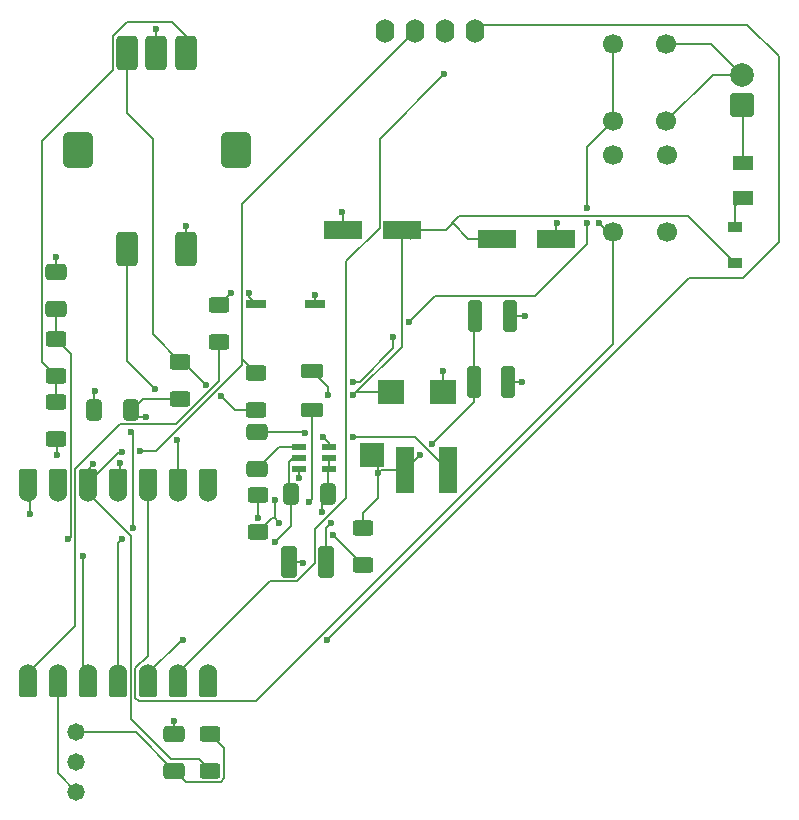
<source format=gbr>
%TF.GenerationSoftware,KiCad,Pcbnew,9.0.6*%
%TF.CreationDate,2026-01-26T19:42:09+01:00*%
%TF.ProjectId,hw,68772e6b-6963-4616-945f-706362585858,rev?*%
%TF.SameCoordinates,Original*%
%TF.FileFunction,Copper,L1,Top*%
%TF.FilePolarity,Positive*%
%FSLAX46Y46*%
G04 Gerber Fmt 4.6, Leading zero omitted, Abs format (unit mm)*
G04 Created by KiCad (PCBNEW 9.0.6) date 2026-01-26 19:42:09*
%MOMM*%
%LPD*%
G01*
G04 APERTURE LIST*
G04 Aperture macros list*
%AMRoundRect*
0 Rectangle with rounded corners*
0 $1 Rounding radius*
0 $2 $3 $4 $5 $6 $7 $8 $9 X,Y pos of 4 corners*
0 Add a 4 corners polygon primitive as box body*
4,1,4,$2,$3,$4,$5,$6,$7,$8,$9,$2,$3,0*
0 Add four circle primitives for the rounded corners*
1,1,$1+$1,$2,$3*
1,1,$1+$1,$4,$5*
1,1,$1+$1,$6,$7*
1,1,$1+$1,$8,$9*
0 Add four rect primitives between the rounded corners*
20,1,$1+$1,$2,$3,$4,$5,0*
20,1,$1+$1,$4,$5,$6,$7,0*
20,1,$1+$1,$6,$7,$8,$9,0*
20,1,$1+$1,$8,$9,$2,$3,0*%
G04 Aperture macros list end*
%TA.AperFunction,ComponentPad*%
%ADD10O,1.600000X2.000000*%
%TD*%
%TA.AperFunction,SMDPad,CuDef*%
%ADD11RoundRect,0.152400X-0.609600X1.063600X-0.609600X-1.063600X0.609600X-1.063600X0.609600X1.063600X0*%
%TD*%
%TA.AperFunction,ComponentPad*%
%ADD12C,1.524000*%
%TD*%
%TA.AperFunction,SMDPad,CuDef*%
%ADD13RoundRect,0.152400X0.609600X-1.063600X0.609600X1.063600X-0.609600X1.063600X-0.609600X-1.063600X0*%
%TD*%
%TA.AperFunction,SMDPad,CuDef*%
%ADD14R,3.200000X1.600000*%
%TD*%
%TA.AperFunction,SMDPad,CuDef*%
%ADD15R,1.200000X0.600000*%
%TD*%
%TA.AperFunction,SMDPad,CuDef*%
%ADD16RoundRect,0.250000X-0.625000X0.400000X-0.625000X-0.400000X0.625000X-0.400000X0.625000X0.400000X0*%
%TD*%
%TA.AperFunction,SMDPad,CuDef*%
%ADD17RoundRect,0.250000X0.650000X-0.412500X0.650000X0.412500X-0.650000X0.412500X-0.650000X-0.412500X0*%
%TD*%
%TA.AperFunction,SMDPad,CuDef*%
%ADD18RoundRect,0.250000X0.412500X0.650000X-0.412500X0.650000X-0.412500X-0.650000X0.412500X-0.650000X0*%
%TD*%
%TA.AperFunction,SMDPad,CuDef*%
%ADD19RoundRect,0.250000X0.412500X1.100000X-0.412500X1.100000X-0.412500X-1.100000X0.412500X-1.100000X0*%
%TD*%
%TA.AperFunction,SMDPad,CuDef*%
%ADD20RoundRect,0.250000X0.625000X-0.400000X0.625000X0.400000X-0.625000X0.400000X-0.625000X-0.400000X0*%
%TD*%
%TA.AperFunction,ComponentPad*%
%ADD21C,1.700000*%
%TD*%
%TA.AperFunction,SMDPad,CuDef*%
%ADD22R,1.500000X4.000000*%
%TD*%
%TA.AperFunction,ComponentPad*%
%ADD23RoundRect,0.250000X0.750000X-0.750000X0.750000X0.750000X-0.750000X0.750000X-0.750000X-0.750000X0*%
%TD*%
%TA.AperFunction,ComponentPad*%
%ADD24C,2.000000*%
%TD*%
%TA.AperFunction,SMDPad,CuDef*%
%ADD25RoundRect,0.250000X0.700000X-0.362500X0.700000X0.362500X-0.700000X0.362500X-0.700000X-0.362500X0*%
%TD*%
%TA.AperFunction,ComponentPad*%
%ADD26C,1.473200*%
%TD*%
%TA.AperFunction,SMDPad,CuDef*%
%ADD27RoundRect,0.250000X-0.325000X-1.100000X0.325000X-1.100000X0.325000X1.100000X-0.325000X1.100000X0*%
%TD*%
%TA.AperFunction,SMDPad,CuDef*%
%ADD28R,1.200000X0.850000*%
%TD*%
%TA.AperFunction,SMDPad,CuDef*%
%ADD29R,2.000000X2.000000*%
%TD*%
%TA.AperFunction,SMDPad,CuDef*%
%ADD30R,1.700000X0.750000*%
%TD*%
%TA.AperFunction,SMDPad,CuDef*%
%ADD31RoundRect,0.270000X-0.630000X-1.180000X0.630000X-1.180000X0.630000X1.180000X-0.630000X1.180000X0*%
%TD*%
%TA.AperFunction,SMDPad,CuDef*%
%ADD32RoundRect,0.375000X-0.875000X-1.125000X0.875000X-1.125000X0.875000X1.125000X-0.875000X1.125000X0*%
%TD*%
%TA.AperFunction,SMDPad,CuDef*%
%ADD33R,2.200000X2.150000*%
%TD*%
%TA.AperFunction,SMDPad,CuDef*%
%ADD34R,1.820000X1.160000*%
%TD*%
%TA.AperFunction,ViaPad*%
%ADD35C,0.600000*%
%TD*%
%TA.AperFunction,Conductor*%
%ADD36C,0.200000*%
%TD*%
G04 APERTURE END LIST*
D10*
%TO.P,OLED1,1,GND*%
%TO.N,GND*%
X150926000Y-57068000D03*
%TO.P,OLED1,2,VCC*%
%TO.N,/3V3*%
X153466000Y-57068000D03*
%TO.P,OLED1,3,SCL*%
%TO.N,Net-(OLED1-SCL)*%
X156006000Y-57068000D03*
%TO.P,OLED1,4,SDA*%
%TO.N,Net-(OLED1-SDA)*%
X158546000Y-57068000D03*
%TD*%
D11*
%TO.P,U1,1,D0*%
%TO.N,Net-(U1-D0)*%
X120700000Y-112259000D03*
D12*
X120700000Y-111424000D03*
D11*
%TO.P,U1,2,D1*%
%TO.N,Net-(U1-D1)*%
X123240000Y-112259000D03*
D12*
X123240000Y-111424000D03*
D11*
%TO.P,U1,3,D2*%
%TO.N,Net-(U1-D2)*%
X125780000Y-112259000D03*
D12*
X125780000Y-111424000D03*
D11*
%TO.P,U1,4,D3*%
%TO.N,Net-(U1-D3)*%
X128320000Y-112259000D03*
D12*
X128320000Y-111424000D03*
D11*
%TO.P,U1,5,D4*%
%TO.N,Net-(OLED1-SDA)*%
X130860000Y-112259000D03*
D12*
X130860000Y-111424000D03*
D11*
%TO.P,U1,6,D5*%
%TO.N,Net-(OLED1-SCL)*%
X133400000Y-112259000D03*
D12*
X133400000Y-111424000D03*
D11*
%TO.P,U1,7,D6*%
%TO.N,unconnected-(U1-D6-Pad7)_1*%
X135940000Y-112259000D03*
D12*
X135940000Y-111424000D03*
%TO.P,U1,8,D7*%
%TO.N,unconnected-(U1-D7-Pad8)_1*%
X135940000Y-96184000D03*
D13*
X135940000Y-95349000D03*
D12*
%TO.P,U1,9,D8*%
%TO.N,Net-(U1-D8)*%
X133400000Y-96184000D03*
D13*
X133400000Y-95349000D03*
D12*
%TO.P,U1,10,D9*%
%TO.N,Net-(U1-D9)*%
X130860000Y-96184000D03*
D13*
X130860000Y-95349000D03*
D12*
%TO.P,U1,11,D10*%
%TO.N,Net-(U1-D10)*%
X128320000Y-96184000D03*
D13*
X128320000Y-95349000D03*
D12*
%TO.P,U1,12,3V3*%
%TO.N,/3V3*%
X125780000Y-96184000D03*
D13*
X125780000Y-95349000D03*
D12*
%TO.P,U1,13,GND*%
%TO.N,GND*%
X123240000Y-96184000D03*
D13*
X123240000Y-95349000D03*
D12*
%TO.P,U1,14,5V*%
%TO.N,+5V*%
X120700000Y-96184000D03*
D13*
X120700000Y-95349000D03*
%TD*%
D14*
%TO.P,C5,1*%
%TO.N,Net-(D1-K)*%
X160441000Y-74676000D03*
%TO.P,C5,2*%
%TO.N,GND*%
X165441000Y-74676000D03*
%TD*%
D15*
%TO.P,PS1,6,SW*%
%TO.N,Net-(PS1-SW)*%
X146157000Y-92268000D03*
%TO.P,PS1,5,VIN*%
%TO.N,Net-(PS1-EN)*%
X146157000Y-93218000D03*
%TO.P,PS1,4,EN*%
X146157000Y-94168000D03*
%TO.P,PS1,3,FB*%
%TO.N,Net-(PS1-FB)*%
X143657000Y-94168000D03*
%TO.P,PS1,2,GND*%
%TO.N,GND*%
X143657000Y-93218000D03*
%TO.P,PS1,1,CB*%
%TO.N,Net-(PS1-CB)*%
X143657000Y-92268000D03*
%TD*%
D16*
%TO.P,R4,1*%
%TO.N,Net-(R4-Pad1)*%
X133604000Y-85064000D03*
%TO.P,R4,2*%
%TO.N,Net-(U1-D3)*%
X133604000Y-88164000D03*
%TD*%
D17*
%TO.P,C3,1*%
%TO.N,Net-(U3-VS)*%
X133096000Y-119672500D03*
%TO.P,C3,2*%
%TO.N,GND*%
X133096000Y-116547500D03*
%TD*%
D18*
%TO.P,C2,1*%
%TO.N,Net-(U1-D3)*%
X129451500Y-89154000D03*
%TO.P,C2,2*%
%TO.N,GND*%
X126326500Y-89154000D03*
%TD*%
D19*
%TO.P,Cin1,1*%
%TO.N,Net-(PS1-EN)*%
X145961500Y-101981000D03*
%TO.P,Cin1,2*%
%TO.N,GND*%
X142836500Y-101981000D03*
%TD*%
D20*
%TO.P,R3,1*%
%TO.N,Net-(R2-Pad2)*%
X123063000Y-86259000D03*
%TO.P,R3,2*%
%TO.N,Net-(U1-D2)*%
X123063000Y-83159000D03*
%TD*%
D17*
%TO.P,C1,1*%
%TO.N,Net-(U1-D2)*%
X123063000Y-80556500D03*
%TO.P,C1,2*%
%TO.N,GND*%
X123063000Y-77431500D03*
%TD*%
D20*
%TO.P,R5,1*%
%TO.N,Net-(R4-Pad1)*%
X140004000Y-89098000D03*
%TO.P,R5,2*%
%TO.N,/3V3*%
X140004000Y-85998000D03*
%TD*%
D21*
%TO.P,SW3,1,1*%
%TO.N,Net-(U1-D10)*%
X170230000Y-64688000D03*
X170230000Y-58188000D03*
%TO.P,SW3,2,2*%
%TO.N,GND*%
X174730000Y-64688000D03*
X174730000Y-58188000D03*
%TD*%
D22*
%TO.P,L1,1,1*%
%TO.N,Net-(PS1-SW)*%
X156222000Y-94234000D03*
%TO.P,L1,2,2*%
%TO.N,+5V*%
X152622000Y-94234000D03*
%TD*%
D23*
%TO.P,J1,1,Pin_1*%
%TO.N,+12V*%
X181123500Y-63296000D03*
D24*
%TO.P,J1,2,Pin_2*%
%TO.N,GND*%
X181123500Y-60756001D03*
%TD*%
D25*
%TO.P,L2,1,1*%
%TO.N,Net-(PS1-EN)*%
X144780000Y-89165500D03*
%TO.P,L2,2,2*%
%TO.N,Net-(D1-K)*%
X144780000Y-85840500D03*
%TD*%
D16*
%TO.P,Rfbt1,1*%
%TO.N,+5V*%
X149098000Y-99161000D03*
%TO.P,Rfbt1,2*%
%TO.N,Net-(PS1-FB)*%
X149098000Y-102261000D03*
%TD*%
D20*
%TO.P,R6,1*%
%TO.N,/3V3*%
X136144000Y-119660000D03*
%TO.P,R6,2*%
%TO.N,Net-(U3-VS)*%
X136144000Y-116560000D03*
%TD*%
D26*
%TO.P,U3,1,OUT*%
%TO.N,Net-(U1-D1)*%
X124789400Y-121457000D03*
%TO.P,U3,2,GND*%
%TO.N,GND*%
X124789400Y-118917000D03*
%TO.P,U3,3,VS*%
%TO.N,Net-(U3-VS)*%
X124789400Y-116377000D03*
%TD*%
D27*
%TO.P,COut1,1*%
%TO.N,+5V*%
X158418000Y-86741000D03*
%TO.P,COut1,2*%
%TO.N,GND*%
X161368000Y-86741000D03*
%TD*%
D28*
%TO.P,D1,1,K*%
%TO.N,Net-(D1-K)*%
X180594000Y-76709000D03*
%TO.P,D1,2,A*%
%TO.N,Net-(D1-A)*%
X180594000Y-73659000D03*
%TD*%
D14*
%TO.P,C4,1*%
%TO.N,Net-(D1-K)*%
X152360000Y-73914000D03*
%TO.P,C4,2*%
%TO.N,GND*%
X147360000Y-73914000D03*
%TD*%
D21*
%TO.P,SW4,1,1*%
%TO.N,Net-(U1-D9)*%
X170266000Y-74034000D03*
X170266000Y-67534000D03*
%TO.P,SW4,2,2*%
%TO.N,GND*%
X174766000Y-74034000D03*
X174766000Y-67534000D03*
%TD*%
D29*
%TO.P,TP1,1,1*%
%TO.N,+5V*%
X149860000Y-92964000D03*
%TD*%
D30*
%TO.P,LED1,1,K*%
%TO.N,GND*%
X144994000Y-80137000D03*
%TO.P,LED1,2,A*%
%TO.N,Net-(LED1-A)*%
X139994000Y-80137000D03*
%TD*%
D31*
%TO.P,ROT1,A,A*%
%TO.N,Net-(R2-Pad2)*%
X134072000Y-58928000D03*
%TO.P,ROT1,B,B*%
%TO.N,Net-(R4-Pad1)*%
X129072000Y-58928000D03*
%TO.P,ROT1,C,C*%
%TO.N,GND*%
X131572000Y-58928000D03*
%TO.P,ROT1,S1,S1*%
%TO.N,Net-(U1-D8)*%
X129072000Y-75528000D03*
%TO.P,ROT1,S2,S2*%
%TO.N,GND*%
X134072000Y-75528000D03*
D32*
%TO.P,ROT1,X*%
%TO.N,N/C*%
X124972000Y-67133400D03*
%TO.P,ROT1,Y*%
X138272000Y-67133400D03*
%TD*%
D17*
%TO.P,CBoot1,1*%
%TO.N,Net-(PS1-CB)*%
X140081000Y-94145500D03*
%TO.P,CBoot1,2*%
%TO.N,Net-(PS1-SW)*%
X140081000Y-91020500D03*
%TD*%
D33*
%TO.P,D2,1,K*%
%TO.N,Net-(D1-K)*%
X151470000Y-87630000D03*
%TO.P,D2,2,A*%
%TO.N,GND*%
X155870000Y-87630000D03*
%TD*%
D34*
%TO.P,F1,1,1*%
%TO.N,Net-(D1-A)*%
X181229000Y-71198000D03*
%TO.P,F1,2,2*%
%TO.N,+12V*%
X181229000Y-68248000D03*
%TD*%
D27*
%TO.P,COut2,1*%
%TO.N,+5V*%
X158545000Y-81153000D03*
%TO.P,COut2,2*%
%TO.N,GND*%
X161495000Y-81153000D03*
%TD*%
D20*
%TO.P,R2,1*%
%TO.N,/3V3*%
X123063000Y-91593000D03*
%TO.P,R2,2*%
%TO.N,Net-(R2-Pad2)*%
X123063000Y-88493000D03*
%TD*%
%TO.P,R1,1*%
%TO.N,Net-(U1-D0)*%
X136906000Y-83338000D03*
%TO.P,R1,2*%
%TO.N,Net-(LED1-A)*%
X136906000Y-80238000D03*
%TD*%
D18*
%TO.P,Cinx1,1*%
%TO.N,Net-(PS1-EN)*%
X146088500Y-96266000D03*
%TO.P,Cinx1,2*%
%TO.N,GND*%
X142963500Y-96266000D03*
%TD*%
D20*
%TO.P,Rfbb1,1*%
%TO.N,Net-(PS1-FB)*%
X140208000Y-99467000D03*
%TO.P,Rfbb1,2*%
%TO.N,GND*%
X140208000Y-96367000D03*
%TD*%
D35*
%TO.N,GND*%
X155829000Y-85852000D03*
X162560000Y-86741000D03*
%TO.N,+5V*%
X154862265Y-92025735D03*
X153924000Y-92964000D03*
%TO.N,Net-(PS1-FB)*%
X141605000Y-96716000D03*
X143637000Y-94869000D03*
%TO.N,Net-(OLED1-SCL)*%
X155956000Y-60706000D03*
%TO.N,Net-(U1-D2)*%
X124117000Y-100076000D03*
X125317000Y-101473000D03*
%TO.N,Net-(U1-D3)*%
X129585765Y-99141235D03*
X129413000Y-90955000D03*
X130683000Y-89755000D03*
X128651000Y-100076000D03*
%TO.N,Net-(OLED1-SDA)*%
X146050000Y-108585000D03*
X133858000Y-108585000D03*
%TO.N,Net-(D1-K)*%
X148234000Y-87884000D03*
X146136160Y-87884000D03*
%TO.N,/3V3*%
X126238000Y-93726000D03*
X130185765Y-92583000D03*
X123190000Y-92964000D03*
X128651000Y-92710000D03*
%TO.N,GND*%
X133096000Y-115443000D03*
X165481000Y-73279000D03*
X123063000Y-76200000D03*
X141605000Y-100330000D03*
X134112000Y-73533000D03*
X144018000Y-102108000D03*
X140208000Y-98298000D03*
X145034000Y-79375000D03*
X147320000Y-72390000D03*
X131572000Y-56896000D03*
X126365000Y-87503000D03*
X162814000Y-81153000D03*
%TO.N,Net-(PS1-FB)*%
X141986000Y-98679000D03*
X146561500Y-99695000D03*
%TO.N,Net-(PS1-SW)*%
X145669000Y-91440000D03*
X148234000Y-91440000D03*
X144124000Y-91059000D03*
%TO.N,Net-(LED1-A)*%
X139446000Y-79248000D03*
X137922000Y-79248000D03*
%TO.N,Net-(U1-D8)*%
X133350000Y-91694000D03*
X131445000Y-87376000D03*
%TO.N,Net-(U1-D10)*%
X152960000Y-81661000D03*
X128524000Y-93599000D03*
X168021000Y-72009000D03*
X168021000Y-73279000D03*
X148234000Y-86741000D03*
X151638000Y-82931000D03*
%TO.N,Net-(R4-Pad1)*%
X135749315Y-86981315D03*
X137071895Y-87922895D03*
%TO.N,Net-(U1-D9)*%
X169037000Y-73279000D03*
%TO.N,+5V*%
X120904000Y-97917000D03*
X150368000Y-94488000D03*
%TO.N,Net-(PS1-EN)*%
X144525000Y-96901000D03*
X145553315Y-97801315D03*
X146338345Y-98713345D03*
%TD*%
D36*
%TO.N,Net-(D1-K)*%
X148488000Y-87630000D02*
X148234000Y-87884000D01*
X151470000Y-87630000D02*
X148488000Y-87630000D01*
%TO.N,GND*%
X155870000Y-85893000D02*
X155829000Y-85852000D01*
X155870000Y-87630000D02*
X155870000Y-85893000D01*
X161368000Y-86741000D02*
X162560000Y-86741000D01*
%TO.N,+5V*%
X153892000Y-92964000D02*
X152622000Y-94234000D01*
X153924000Y-92964000D02*
X153892000Y-92964000D01*
X158418000Y-88470000D02*
X154862265Y-92025735D01*
X158418000Y-86741000D02*
X158418000Y-88470000D01*
%TO.N,Net-(U1-D9)*%
X129797000Y-110983690D02*
X130860000Y-109920690D01*
X130058374Y-113776000D02*
X129797000Y-113514626D01*
X129797000Y-113514626D02*
X129797000Y-110983690D01*
X140009057Y-113776000D02*
X130058374Y-113776000D01*
X170266000Y-83519057D02*
X140009057Y-113776000D01*
X170266000Y-74034000D02*
X170266000Y-83519057D01*
X130860000Y-109920690D02*
X130860000Y-95349000D01*
%TO.N,Net-(PS1-FB)*%
X141605000Y-96716000D02*
X141605000Y-98298000D01*
X141605000Y-98298000D02*
X141986000Y-98679000D01*
X143657000Y-94849000D02*
X143637000Y-94869000D01*
X143657000Y-94168000D02*
X143657000Y-94849000D01*
%TO.N,GND*%
X142756000Y-93567000D02*
X142756000Y-96058500D01*
X143105000Y-93218000D02*
X142756000Y-93567000D01*
X142756000Y-96058500D02*
X142963500Y-96266000D01*
X143657000Y-93218000D02*
X143105000Y-93218000D01*
%TO.N,Net-(PS1-SW)*%
X146157000Y-91928000D02*
X145669000Y-91440000D01*
X146157000Y-92268000D02*
X146157000Y-91928000D01*
%TO.N,Net-(PS1-EN)*%
X146157000Y-93218000D02*
X146157000Y-94168000D01*
X146088500Y-94236500D02*
X146157000Y-94168000D01*
X146088500Y-96266000D02*
X146088500Y-94236500D01*
%TO.N,Net-(PS1-CB)*%
X141958500Y-92268000D02*
X143657000Y-92268000D01*
X140081000Y-94145500D02*
X141958500Y-92268000D01*
%TO.N,Net-(OLED1-SCL)*%
X143484160Y-103632000D02*
X144998000Y-102118160D01*
X141192000Y-103632000D02*
X143484160Y-103632000D01*
X150459000Y-66203000D02*
X155956000Y-60706000D01*
X147634000Y-76521000D02*
X150459000Y-73696000D01*
X144998000Y-99205160D02*
X147634000Y-96569160D01*
X147634000Y-96569160D02*
X147634000Y-76521000D01*
X144998000Y-102118160D02*
X144998000Y-99205160D01*
X133400000Y-111424000D02*
X141192000Y-103632000D01*
X150459000Y-73696000D02*
X150459000Y-66203000D01*
%TO.N,Net-(U1-D2)*%
X123063000Y-83159000D02*
X123063000Y-80556500D01*
X124117000Y-100076000D02*
X124316000Y-99877000D01*
X125317000Y-111796000D02*
X125317000Y-101473000D01*
X124316000Y-99877000D02*
X124316000Y-84412000D01*
X124316000Y-84412000D02*
X123063000Y-83159000D01*
X125780000Y-112259000D02*
X125317000Y-111796000D01*
%TO.N,Net-(U1-D3)*%
X129585765Y-99141235D02*
X129585765Y-91127765D01*
X130052500Y-89755000D02*
X129451500Y-89154000D01*
X130683000Y-89755000D02*
X130052500Y-89755000D01*
X128320000Y-100407000D02*
X128651000Y-100076000D01*
X130441500Y-88164000D02*
X129451500Y-89154000D01*
X129585765Y-91127765D02*
X129413000Y-90955000D01*
X133604000Y-88164000D02*
X130441500Y-88164000D01*
X128320000Y-111424000D02*
X128320000Y-100407000D01*
%TO.N,Net-(D1-A)*%
X180594000Y-73659000D02*
X180594000Y-71833000D01*
X180594000Y-71833000D02*
X181229000Y-71198000D01*
%TO.N,Net-(OLED1-SDA)*%
X184277000Y-74930000D02*
X184277000Y-59182000D01*
X159099000Y-56515000D02*
X158546000Y-57068000D01*
X181229000Y-77978000D02*
X184277000Y-74930000D01*
X133699000Y-108585000D02*
X133858000Y-108585000D01*
X176657000Y-77978000D02*
X181229000Y-77978000D01*
X184277000Y-59182000D02*
X181610000Y-56515000D01*
X181610000Y-56515000D02*
X159099000Y-56515000D01*
X146050000Y-108585000D02*
X176657000Y-77978000D01*
X130860000Y-111424000D02*
X133699000Y-108585000D01*
%TO.N,Net-(D1-K)*%
X160441000Y-74676000D02*
X157988000Y-74676000D01*
X156654500Y-73342500D02*
X156591000Y-73279000D01*
X156083000Y-73914000D02*
X156654500Y-73342500D01*
X180594000Y-76709000D02*
X176563000Y-72678000D01*
X152360000Y-73914000D02*
X156083000Y-73914000D01*
X152360000Y-83758000D02*
X148234000Y-87884000D01*
X153122000Y-74676000D02*
X152360000Y-73914000D01*
X157988000Y-74676000D02*
X156654500Y-73342500D01*
X157192000Y-72678000D02*
X156591000Y-73279000D01*
X152360000Y-73914000D02*
X152360000Y-83758000D01*
X146136160Y-87196660D02*
X144780000Y-85840500D01*
X176563000Y-72678000D02*
X157192000Y-72678000D01*
X146136160Y-87884000D02*
X146136160Y-87196660D01*
%TO.N,+12V*%
X181229000Y-63401500D02*
X181123500Y-63296000D01*
X181229000Y-68248000D02*
X181229000Y-63401500D01*
%TO.N,/3V3*%
X125780000Y-96184000D02*
X129383000Y-99787000D01*
X125780000Y-94184000D02*
X126238000Y-93726000D01*
X125780000Y-95349000D02*
X125780000Y-94184000D01*
X123190000Y-92964000D02*
X123190000Y-91720000D01*
X138843000Y-71691000D02*
X153466000Y-57068000D01*
X125780000Y-95349000D02*
X128419000Y-92710000D01*
X138843000Y-84837000D02*
X138843000Y-71691000D01*
X135193000Y-118709000D02*
X136144000Y-119660000D01*
X123190000Y-91720000D02*
X123063000Y-91593000D01*
X131563260Y-92583000D02*
X138843000Y-85303260D01*
X138843000Y-85303260D02*
X138843000Y-84837000D01*
X129383000Y-115286000D02*
X132806000Y-118709000D01*
X128419000Y-92710000D02*
X128651000Y-92710000D01*
X129383000Y-99787000D02*
X129383000Y-115286000D01*
X140004000Y-85998000D02*
X138843000Y-84837000D01*
X132806000Y-118709000D02*
X135193000Y-118709000D01*
X130185765Y-92583000D02*
X131563260Y-92583000D01*
%TO.N,GND*%
X144994000Y-79415000D02*
X145034000Y-79375000D01*
X147360000Y-72430000D02*
X147320000Y-72390000D01*
X134072000Y-73573000D02*
X134112000Y-73533000D01*
X147360000Y-73914000D02*
X147360000Y-72430000D01*
X178555499Y-58188000D02*
X174730000Y-58188000D01*
X126326500Y-89154000D02*
X126326500Y-87541500D01*
X142963500Y-98971500D02*
X141605000Y-100330000D01*
X174730000Y-64688000D02*
X178661999Y-60756001D01*
X123063000Y-77431500D02*
X123063000Y-76200000D01*
X140208000Y-96367000D02*
X140208000Y-98298000D01*
X126326500Y-87541500D02*
X126365000Y-87503000D01*
X181123500Y-60756001D02*
X178555499Y-58188000D01*
X161495000Y-81153000D02*
X162814000Y-81153000D01*
X131572000Y-58928000D02*
X131572000Y-56896000D01*
X143891000Y-101981000D02*
X144018000Y-102108000D01*
X142836500Y-101981000D02*
X143891000Y-101981000D01*
X178661999Y-60756001D02*
X181123500Y-60756001D01*
X134072000Y-75528000D02*
X134072000Y-73573000D01*
X142963500Y-96266000D02*
X142963500Y-98971500D01*
X165441000Y-73319000D02*
X165481000Y-73279000D01*
X144994000Y-80137000D02*
X144994000Y-79415000D01*
X165441000Y-74676000D02*
X165441000Y-73319000D01*
X133096000Y-116547500D02*
X133096000Y-115443000D01*
%TO.N,Net-(PS1-FB)*%
X141986000Y-98679000D02*
X141598000Y-98291000D01*
X149098000Y-102231500D02*
X146561500Y-99695000D01*
X141598000Y-98291000D02*
X141384000Y-98291000D01*
X141384000Y-98291000D02*
X140208000Y-99467000D01*
X149098000Y-102261000D02*
X149098000Y-102231500D01*
%TO.N,Net-(PS1-SW)*%
X145649000Y-91460000D02*
X145669000Y-91440000D01*
X148234000Y-91440000D02*
X153428000Y-91440000D01*
X153428000Y-91440000D02*
X155963450Y-93975450D01*
X144085500Y-91020500D02*
X144124000Y-91059000D01*
X140081000Y-91020500D02*
X144085500Y-91020500D01*
%TO.N,Net-(LED1-A)*%
X139994000Y-80137000D02*
X139994000Y-80050000D01*
X136932000Y-80238000D02*
X137922000Y-79248000D01*
X137287000Y-79857000D02*
X136906000Y-80238000D01*
X139446000Y-79589000D02*
X139994000Y-80137000D01*
X139446000Y-79248000D02*
X139446000Y-79589000D01*
X136906000Y-80238000D02*
X136932000Y-80238000D01*
%TO.N,Net-(U1-D0)*%
X133224160Y-90355000D02*
X136906000Y-86673160D01*
X124717000Y-94093374D02*
X128455374Y-90355000D01*
X136906000Y-86673160D02*
X136906000Y-83338000D01*
X128455374Y-90355000D02*
X133224160Y-90355000D01*
X124717000Y-107407000D02*
X124717000Y-94093374D01*
X120700000Y-111424000D02*
X124717000Y-107407000D01*
%TO.N,Net-(U1-D8)*%
X133400000Y-91744000D02*
X133350000Y-91694000D01*
X129072000Y-85003000D02*
X129072000Y-75528000D01*
X131445000Y-87376000D02*
X129072000Y-85003000D01*
X133400000Y-95349000D02*
X133400000Y-91744000D01*
%TO.N,Net-(R2-Pad2)*%
X127871000Y-57504002D02*
X129080002Y-56295000D01*
X121862000Y-85058000D02*
X121862000Y-66360998D01*
X132888999Y-56295000D02*
X134072000Y-57478001D01*
X134072000Y-57478001D02*
X134072000Y-58928000D01*
X123063000Y-88493000D02*
X123063000Y-86259000D01*
X121862000Y-66360998D02*
X127871000Y-60351998D01*
X127871000Y-60351998D02*
X127871000Y-57504002D01*
X129080002Y-56295000D02*
X132888999Y-56295000D01*
X123063000Y-86259000D02*
X121862000Y-85058000D01*
%TO.N,Net-(U1-D10)*%
X128524000Y-95145000D02*
X128320000Y-95349000D01*
X157984840Y-79502000D02*
X155119000Y-79502000D01*
X128524000Y-93599000D02*
X128524000Y-95145000D01*
X151638000Y-82931000D02*
X151638000Y-83912900D01*
X148809900Y-86741000D02*
X148234000Y-86741000D01*
X163617000Y-79502000D02*
X157984840Y-79502000D01*
X151638000Y-83912900D02*
X148809900Y-86741000D01*
X168021000Y-75098000D02*
X163617000Y-79502000D01*
X170230000Y-64688000D02*
X168021000Y-66897000D01*
X155119000Y-79502000D02*
X152960000Y-81661000D01*
X168021000Y-66897000D02*
X168021000Y-72009000D01*
X168021000Y-73279000D02*
X168021000Y-75098000D01*
X170230000Y-64688000D02*
X170230000Y-58188000D01*
%TO.N,Net-(R4-Pad1)*%
X138247000Y-89098000D02*
X137071895Y-87922895D01*
X135749315Y-86981315D02*
X133832000Y-85064000D01*
X129072000Y-58928000D02*
X129072000Y-64026000D01*
X131273000Y-82733000D02*
X133604000Y-85064000D01*
X129072000Y-64026000D02*
X131273000Y-66227000D01*
X131273000Y-66227000D02*
X131273000Y-82733000D01*
X140004000Y-89098000D02*
X138247000Y-89098000D01*
X133832000Y-85064000D02*
X133604000Y-85064000D01*
%TO.N,Net-(U1-D9)*%
X170266000Y-74034000D02*
X169792000Y-74034000D01*
X169792000Y-74034000D02*
X169037000Y-73279000D01*
%TO.N,+5V*%
X150368000Y-96552000D02*
X150368000Y-94488000D01*
X150368000Y-93472000D02*
X149860000Y-92964000D01*
X149098000Y-97822000D02*
X150368000Y-96552000D01*
X120904000Y-95553000D02*
X120904000Y-97917000D01*
X150622000Y-94234000D02*
X152622000Y-94234000D01*
X158418000Y-81280000D02*
X158545000Y-81153000D01*
X120700000Y-95349000D02*
X120904000Y-95553000D01*
X158418000Y-86741000D02*
X158418000Y-81280000D01*
X150368000Y-94488000D02*
X150622000Y-94234000D01*
X149098000Y-99161000D02*
X149098000Y-97822000D01*
X150368000Y-94488000D02*
X150368000Y-93472000D01*
%TO.N,Net-(U1-D1)*%
X124789400Y-121457000D02*
X123240000Y-119907600D01*
X123240000Y-119907600D02*
X123240000Y-112259000D01*
%TO.N,Net-(U3-VS)*%
X137004160Y-120611000D02*
X137320000Y-120295160D01*
X124789400Y-116377000D02*
X129800500Y-116377000D01*
X137320000Y-117736000D02*
X136144000Y-116560000D01*
X133096000Y-119672500D02*
X134034500Y-120611000D01*
X137320000Y-120295160D02*
X137320000Y-117736000D01*
X129800500Y-116377000D02*
X133096000Y-119672500D01*
X134034500Y-120611000D02*
X137004160Y-120611000D01*
%TO.N,Net-(PS1-EN)*%
X144724000Y-89221500D02*
X144724000Y-96702000D01*
X145553315Y-96801185D02*
X146088500Y-96266000D01*
X144724000Y-96702000D02*
X144525000Y-96901000D01*
X145961500Y-101981000D02*
X145961500Y-99090190D01*
X145553315Y-97801315D02*
X145553315Y-96801185D01*
X144780000Y-89165500D02*
X144724000Y-89221500D01*
X145961500Y-99090190D02*
X146338345Y-98713345D01*
%TD*%
M02*

</source>
